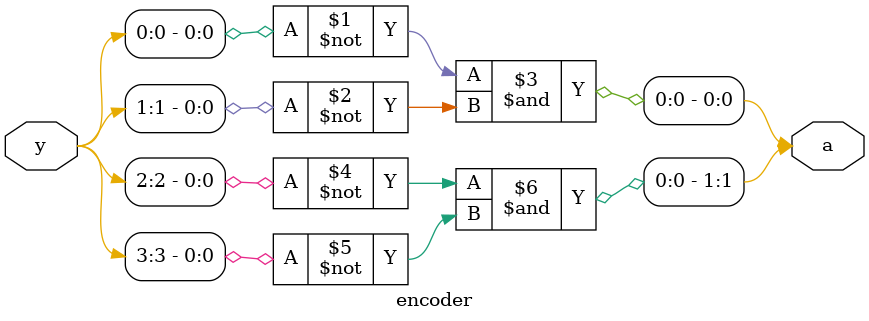
<source format=v>
`timescale 1ns / 1ps


module encoder(
    output [1:0] a,
    input [3:0] y
    );
    
    assign a[0] = ~y[0] & ~y[1];
    assign a[1] = ~y[2] & ~y[3];
            
endmodule

</source>
